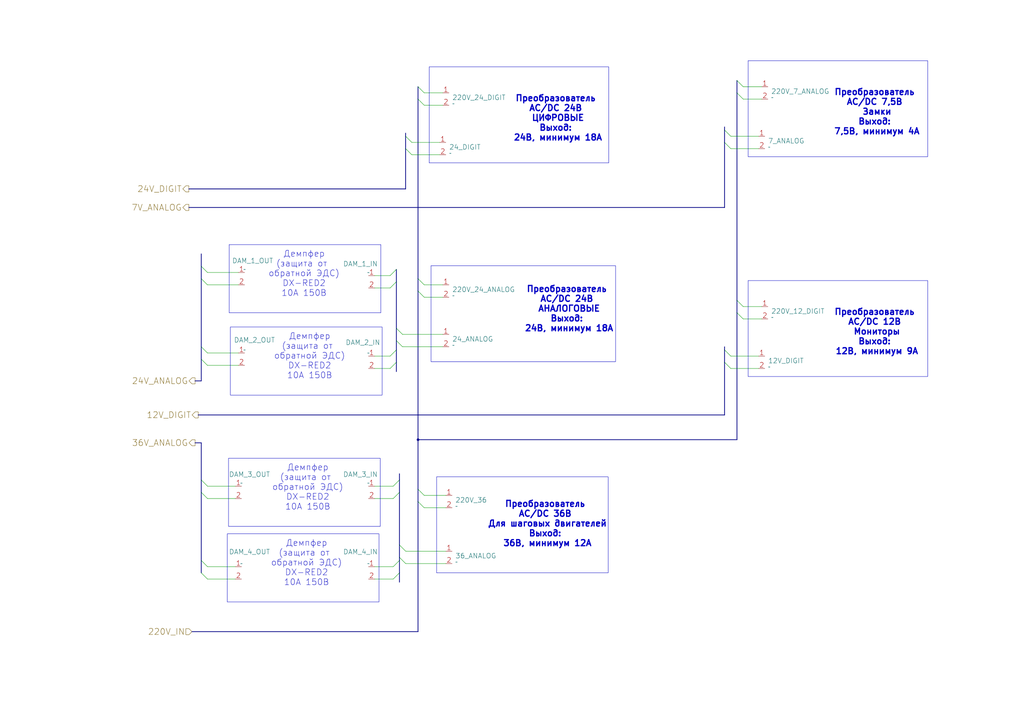
<source format=kicad_sch>
(kicad_sch (version 20231120) (generator "eeschema") (generator_version "8.0")
  (paper "A3")
  (lib_symbols
    (symbol "Connector:Conn_01x02_(wide)"
      (property "Reference" "J" (at 0 0 0))
      (symbol "Conn_01x02_(wide)_1_1"
        (pin input line (at -2.54 -5.08 0) (length 2.54) (name "") (number "1"))
        (pin input line (at -2.54 -10.16 0) (length 2.54) (name "") (number "2"))
      )
    )
  )
  (junction (at 171.45 180.34))
  (bus_entry (at 171.45 119.38) (size 2.54 2.54))
  (bus_entry (at 163.83 196.85) (size -2.54 2.54))
  (bus_entry (at 302.26 33.02) (size 2.54 2.54))
  (bus_entry (at 163.83 201.93) (size -2.54 2.54))
  (bus_entry (at 297.18 53.34) (size 2.54 2.54))
  (bus_entry (at 166.37 60.96) (size 2.54 2.54))
  (bus_entry (at 297.18 143.51) (size 2.54 2.54))
  (bus_entry (at 82.55 142.24) (size 2.54 2.54))
  (bus_entry (at 171.45 114.3) (size 2.54 2.54))
  (bus_entry (at 163.83 228.6) (size 2.54 2.54))
  (bus_entry (at 82.55 114.3) (size 2.54 2.54))
  (bus_entry (at 171.45 205.74) (size 2.54 2.54))
  (bus_entry (at 162.56 115.57) (size -2.54 2.54))
  (bus_entry (at 162.56 143.51) (size -2.54 2.54))
  (bus_entry (at 82.55 196.85) (size 2.54 2.54))
  (bus_entry (at 82.55 147.32) (size 2.54 2.54))
  (bus_entry (at 82.55 234.95) (size 2.54 2.54))
  (bus_entry (at 163.83 234.95) (size -2.54 2.54))
  (bus_entry (at 166.37 55.88) (size 2.54 2.54))
  (bus_entry (at 171.45 200.66) (size 2.54 2.54))
  (bus_entry (at 82.55 201.93) (size 2.54 2.54))
  (bus_entry (at 171.45 40.64) (size 2.54 2.54))
  (bus_entry (at 297.18 58.42) (size 2.54 2.54))
  (bus_entry (at 297.18 148.59) (size 2.54 2.54))
  (bus_entry (at 162.56 148.59) (size -2.54 2.54))
  (bus_entry (at 302.26 38.1) (size 2.54 2.54))
  (bus_entry (at 171.45 35.56) (size 2.54 2.54))
  (bus_entry (at 302.26 128.27) (size 2.54 2.54))
  (bus_entry (at 163.83 223.52) (size 2.54 2.54))
  (bus_entry (at 82.55 229.87) (size 2.54 2.54))
  (bus_entry (at 302.26 123.19) (size 2.54 2.54))
  (bus_entry (at 82.55 109.22) (size 2.54 2.54))
  (bus_entry (at 162.56 139.7) (size 2.54 2.54))
  (bus_entry (at 162.56 134.62) (size 2.54 2.54))
  (bus_entry (at 162.56 110.49) (size -2.54 2.54))
  (bus_entry (at 163.83 229.87) (size -2.54 2.54))
  (wire (pts (xy 153.67 151.13) (xy 160.02 151.13)))
  (bus (pts (xy 162.56 134.62) (xy 162.56 139.7)))
  (wire (pts (xy 153.67 113.03) (xy 160.02 113.03)))
  (bus (pts (xy 171.45 40.64) (xy 171.45 114.3)))
  (bus (pts (xy 82.55 104.14) (xy 82.55 109.22)))
  (wire (pts (xy 173.99 38.1) (xy 181.61 38.1)))
  (wire (pts (xy 299.72 55.88) (xy 311.15 55.88)))
  (bus (pts (xy 171.45 205.74) (xy 171.45 259.08)))
  (bus (pts (xy 302.26 123.19) (xy 302.26 128.27)))
  (wire (pts (xy 168.91 58.42) (xy 180.34 58.42)))
  (bus (pts (xy 302.26 33.02) (xy 302.26 38.1)))
  (bus (pts (xy 302.26 38.1) (xy 302.26 123.19)))
  (wire (pts (xy 304.8 125.73) (xy 312.42 125.73)))
  (wire (pts (xy 166.37 226.06) (xy 182.88 226.06)))
  (wire (pts (xy 153.67 204.47) (xy 161.29 204.47)))
  (wire (pts (xy 85.09 111.76) (xy 97.79 111.76)))
  (bus (pts (xy 163.83 196.85) (xy 163.83 201.93)))
  (bus (pts (xy 77.47 85.09) (xy 297.18 85.09)))
  (bus (pts (xy 82.55 196.85) (xy 82.55 201.93)))
  (bus (pts (xy 80.01 181.61) (xy 82.55 181.61)))
  (wire (pts (xy 85.09 116.84) (xy 97.79 116.84)))
  (wire (pts (xy 85.09 237.49) (xy 96.52 237.49)))
  (bus (pts (xy 163.83 194.31) (xy 163.83 196.85)))
  (bus (pts (xy 82.55 142.24) (xy 82.55 147.32)))
  (wire (pts (xy 153.67 118.11) (xy 160.02 118.11)))
  (wire (pts (xy 85.09 204.47) (xy 96.52 204.47)))
  (bus (pts (xy 297.18 53.34) (xy 297.18 58.42)))
  (bus (pts (xy 163.83 228.6) (xy 163.83 229.87)))
  (bus (pts (xy 297.18 143.51) (xy 297.18 148.59)))
  (wire (pts (xy 304.8 40.64) (xy 312.42 40.64)))
  (bus (pts (xy 297.18 58.42) (xy 297.18 85.09)))
  (bus (pts (xy 77.47 77.47) (xy 166.37 77.47)))
  (wire (pts (xy 304.8 35.56) (xy 312.42 35.56)))
  (bus (pts (xy 82.55 114.3) (xy 82.55 142.24)))
  (wire (pts (xy 304.8 130.81) (xy 312.42 130.81)))
  (bus (pts (xy 166.37 60.96) (xy 166.37 77.47)))
  (wire (pts (xy 153.67 232.41) (xy 161.29 232.41)))
  (wire (pts (xy 85.09 144.78) (xy 97.79 144.78)))
  (bus (pts (xy 297.18 52.07) (xy 297.18 53.34)))
  (bus (pts (xy 162.56 110.49) (xy 162.56 115.57)))
  (bus (pts (xy 82.55 229.87) (xy 82.55 201.93)))
  (wire (pts (xy 165.1 142.24) (xy 181.61 142.24)))
  (bus (pts (xy 163.83 234.95) (xy 163.83 238.76)))
  (bus (pts (xy 171.45 180.34) (xy 171.45 200.66)))
  (bus (pts (xy 82.55 234.95) (xy 82.55 229.87)))
  (wire (pts (xy 153.67 199.39) (xy 161.29 199.39)))
  (bus (pts (xy 166.37 54.61) (xy 166.37 55.88)))
  (wire (pts (xy 173.99 121.92) (xy 181.61 121.92)))
  (bus (pts (xy 82.55 109.22) (xy 82.55 114.3)))
  (wire (pts (xy 168.91 63.5) (xy 180.34 63.5)))
  (wire (pts (xy 85.09 149.86) (xy 97.79 149.86)))
  (wire (pts (xy 165.1 137.16) (xy 181.61 137.16)))
  (bus (pts (xy 171.45 114.3) (xy 171.45 119.38)))
  (bus (pts (xy 163.83 223.52) (xy 163.83 228.6)))
  (wire (pts (xy 173.99 116.84) (xy 181.61 116.84)))
  (wire (pts (xy 85.09 232.41) (xy 96.52 232.41)))
  (wire (pts (xy 153.67 146.05) (xy 160.02 146.05)))
  (bus (pts (xy 80.01 156.21) (xy 82.55 156.21)))
  (bus (pts (xy 163.83 229.87) (xy 163.83 234.95)))
  (wire (pts (xy 173.99 203.2) (xy 182.88 203.2)))
  (wire (pts (xy 85.09 199.39) (xy 96.52 199.39)))
  (wire (pts (xy 153.67 237.49) (xy 161.29 237.49)))
  (wire (pts (xy 299.72 60.96) (xy 311.15 60.96)))
  (bus (pts (xy 297.18 148.59) (xy 297.18 170.18)))
  (bus (pts (xy 302.26 180.34) (xy 171.45 180.34)))
  (bus (pts (xy 171.45 259.08) (xy 78.74 259.08)))
  (bus (pts (xy 162.56 115.57) (xy 162.56 134.62)))
  (wire (pts (xy 299.72 151.13) (xy 311.15 151.13)))
  (bus (pts (xy 171.45 35.56) (xy 171.45 40.64)))
  (wire (pts (xy 173.99 208.28) (xy 182.88 208.28)))
  (bus (pts (xy 302.26 128.27) (xy 302.26 180.34)))
  (bus (pts (xy 171.45 200.66) (xy 171.45 205.74)))
  (wire (pts (xy 299.72 146.05) (xy 311.15 146.05)))
  (bus (pts (xy 163.83 201.93) (xy 163.83 223.52)))
  (wire (pts (xy 173.99 43.18) (xy 181.61 43.18)))
  (bus (pts (xy 81.28 170.18) (xy 297.18 170.18)))
  (bus (pts (xy 162.56 143.51) (xy 162.56 148.59)))
  (wire (pts (xy 166.37 231.14) (xy 182.88 231.14)))
  (bus (pts (xy 162.56 139.7) (xy 162.56 143.51)))
  (bus (pts (xy 82.55 196.85) (xy 82.55 181.61)))
  (bus (pts (xy 162.56 148.59) (xy 162.56 152.4)))
  (bus (pts (xy 82.55 147.32) (xy 82.55 156.21)))
  (bus (pts (xy 297.18 142.24) (xy 297.18 143.51)))
  (bus (pts (xy 171.45 119.38) (xy 171.45 180.34)))
  (bus (pts (xy 166.37 55.88) (xy 166.37 60.96)))
  (rectangle (start 93.98 100.33) (end 156.21 128.27))
  (rectangle (start 176.784 108.966) (end 252.476 148.336))
  (rectangle (start 176.022 27.432) (end 249.682 66.802))
  (rectangle (start 94.488 134.112) (end 156.718 162.052))
  (rectangle (start 93.726 187.96) (end 155.956 215.9))
  (rectangle (start 93.218 218.948) (end 155.448 246.888))
  (rectangle (start 306.832 24.892) (end 380.492 64.262))
  (rectangle (start 179.07 195.58) (end 249.428 234.95))
  (rectangle (start 306.832 115.062) (end 380.492 154.432))
  (text "Преобразователь \nAC/DC 24В \nЦИФРОВЫЕ\nВыход: \n24В, минимум 18А" (at 228.854 48.514 0) (effects (font (size 2.5 2.5) (thickness 0.5) (bold yes))))
  (text "Преобразователь \nAC/DC 7,5В \nЗамки\nВыход: \n7,5В, минимум 4А" (at 359.664 45.974 0) (effects (font (size 2.5 2.5) (thickness 0.5) (bold yes))))
  (text "Преобразователь \nAC/DC 12В \nМониторы\nВыход: \n12В, минимум 9А" (at 359.664 136.144 0) (effects (font (size 2.5 2.5) (thickness 0.5) (bold yes))))
  (text "Демпфер\n(защита от \nобратной ЭДС)\nDX-RED2\n10А 150В" (at 127 146.05 0) (effects (font (size 2.5 2.5))))
  (text "Демпфер\n(защита от \nобратной ЭДС)\nDX-RED2\n10А 150В" (at 125.73 230.886 0) (effects (font (size 2.5 2.5))))
  (text "Преобразователь \nAC/DC 24В \nАНАЛОГОВЫЕ\nВыход: \n24В, минимум 18А" (at 233.426 126.746 0) (effects (font (size 2.5 2.5) (thickness 0.5) (bold yes))))
  (text "Преобразователь \nAC/DC 36В \nДля шаговых двигателей\nВыход: \n36В, минимум 12А" (at 224.536 214.884 0) (effects (font (size 2.5 2.5) (thickness 0.5) (bold yes))))
  (text "Демпфер\n(защита от \nобратной ЭДС)\nDX-RED2\n10А 150В" (at 124.714 112.268 0) (effects (font (size 2.5 2.5))))
  (text "Демпфер\n(защита от \nобратной ЭДС)\nDX-RED2\n10А 150В" (at 126.238 199.898 0) (effects (font (size 2.5 2.5))))
  (hierarchical_label "7V_ANALOG" (shape output) (at 77.47 85.09 180) (effects (font (size 2.5 2.5))))
  (hierarchical_label "220V_IN" (shape input) (at 78.74 259.08 180) (effects (font (size 2.5 2.5))))
  (hierarchical_label "12V_DIGIT" (shape output) (at 81.28 170.18 180) (effects (font (size 2.5 2.5))))
  (hierarchical_label "24V_ANALOG" (shape output) (at 80.01 156.21 180) (effects (font (size 2.5 2.5))))
  (hierarchical_label "36V_ANALOG" (shape output) (at 80.01 181.61 180) (effects (font (size 2.5 2.5))))
  (hierarchical_label "24V_DIGIT" (shape output) (at 77.47 77.47 180) (effects (font (size 2.5 2.5))))
  (symbol (lib_id "Connector:Conn_01x02_(wide)") (at 313.69 140.97 0) (unit 1)
    (property "Reference" "12V_DIGIT" (at 314.96 147.9549 0) (effects (font (size 2 2)) (justify left)))
    (property "Value" "~" (at 314.96 150.495 0) (effects (justify left)))
  )
  (symbol (lib_id "Connector:Conn_01x02_(wide)") (at 100.33 139.7 0) (unit 1)
    (property "Reference" "DAM_2_OUT" (at 104.394 139.446 0) (effects (font (size 2 2))))
    (property "Value" "~" (at 100.33 143.51 0))
  )
  (symbol (lib_id "Connector:Conn_01x02_(wide)") (at 182.88 53.34 0) (unit 1)
    (property "Reference" "24_DIGIT" (at 184.15 60.3249 0) (effects (font (size 2 2)) (justify left)))
    (property "Value" "~" (at 184.15 62.865 0) (effects (justify left)))
  )
  (symbol (lib_id "Connector:Conn_01x02_(wide)") (at 99.06 194.31 0) (unit 1)
    (property "Reference" "DAM_3_OUT" (at 102.362 194.564 0) (effects (font (size 2 2))))
    (property "Value" "~" (at 99.06 198.12 0))
  )
  (symbol (lib_id "Connector:Conn_01x02_(wide)") (at 313.69 50.8 0) (unit 1)
    (property "Reference" "7_ANALOG" (at 314.96 57.7849 0) (effects (font (size 2 2)) (justify left)))
    (property "Value" "~" (at 314.96 60.325 0) (effects (justify left)))
  )
  (symbol (lib_id "Connector:Conn_01x02_(wide)") (at 100.33 106.68 0) (unit 1)
    (property "Reference" "DAM_1_OUT" (at 103.632 106.934 0) (effects (font (size 2 2))))
    (property "Value" "~" (at 100.33 110.49 0))
  )
  (symbol (lib_id "Connector:Conn_01x02_(wide)") (at 151.13 227.33 0) (mirror y) (unit 1)
    (property "Reference" "DAM_4_IN" (at 147.828 226.314 0) (effects (font (size 2 2))))
    (property "Value" "~" (at 151.13 231.14 0))
  )
  (symbol (lib_id "Connector:Conn_01x02_(wide)") (at 151.13 194.31 0) (mirror y) (unit 1)
    (property "Reference" "DAM_3_IN" (at 147.828 194.564 0) (effects (font (size 2 2))))
    (property "Value" "~" (at 151.13 198.12 0))
  )
  (symbol (lib_id "Connector:Conn_01x02_(wide)") (at 99.06 227.33 0) (unit 1)
    (property "Reference" "DAM_4_OUT" (at 102.362 226.314 0) (effects (font (size 2 2))))
    (property "Value" "~" (at 99.06 231.14 0))
  )
  (symbol (lib_id "Connector:Conn_01x02_(wide)") (at 184.15 111.76 0) (unit 1)
    (property "Reference" "220V_24_ANALOG" (at 185.42 118.7449 0) (effects (font (size 2 2)) (justify left)))
    (property "Value" "~" (at 185.42 121.285 0) (effects (justify left)))
  )
  (symbol (lib_id "Connector:Conn_01x02_(wide)") (at 184.15 33.02 0) (unit 1)
    (property "Reference" "220V_24_DIGIT" (at 185.42 40.0049 0) (effects (font (size 2 2)) (justify left)))
    (property "Value" "~" (at 185.42 42.545 0) (effects (justify left)))
  )
  (symbol (lib_id "Connector:Conn_01x02_(wide)") (at 185.42 198.12 0) (unit 1)
    (property "Reference" "220V_36" (at 186.69 205.1049 0) (effects (font (size 2 2)) (justify left)))
    (property "Value" "~" (at 186.69 207.645 0) (effects (justify left)))
  )
  (symbol (lib_id "Connector:Conn_01x02_(wide)") (at 314.96 120.65 0) (unit 1)
    (property "Reference" "220V_12_DIGIT" (at 316.23 127.6349 0) (effects (font (size 2 2)) (justify left)))
    (property "Value" "~" (at 316.23 130.175 0) (effects (justify left)))
  )
  (symbol (lib_id "Connector:Conn_01x02_(wide)") (at 151.13 107.95 0) (mirror y) (unit 1)
    (property "Reference" "DAM_1_IN" (at 147.828 108.204 0) (effects (font (size 2 2))))
    (property "Value" "~" (at 151.13 111.76 0))
  )
  (symbol (lib_id "Connector:Conn_01x02_(wide)") (at 151.13 140.97 0) (mirror y) (unit 1)
    (property "Reference" "DAM_2_IN" (at 148.844 140.462 0) (effects (font (size 2 2))))
    (property "Value" "~" (at 151.13 144.78 0))
  )
  (symbol (lib_id "Connector:Conn_01x02_(wide)") (at 314.96 30.48 0) (unit 1)
    (property "Reference" "220V_7_ANALOG" (at 316.23 37.4649 0) (effects (font (size 2 2)) (justify left)))
    (property "Value" "~" (at 316.23 40.005 0) (effects (justify left)))
  )
  (symbol (lib_id "Connector:Conn_01x02_(wide)") (at 185.42 220.98 0) (unit 1)
    (property "Reference" "36_ANALOG" (at 186.69 227.9649 0) (effects (font (size 2 2)) (justify left)))
    (property "Value" "~" (at 186.69 230.505 0) (effects (justify left)))
  )
  (symbol (lib_id "Connector:Conn_01x02_(wide)") (at 184.15 132.08 0) (unit 1)
    (property "Reference" "24_ANALOG" (at 185.42 139.0649 0) (effects (font (size 2 2)) (justify left)))
    (property "Value" "~" (at 185.42 141.605 0) (effects (justify left)))
  )
)
</source>
